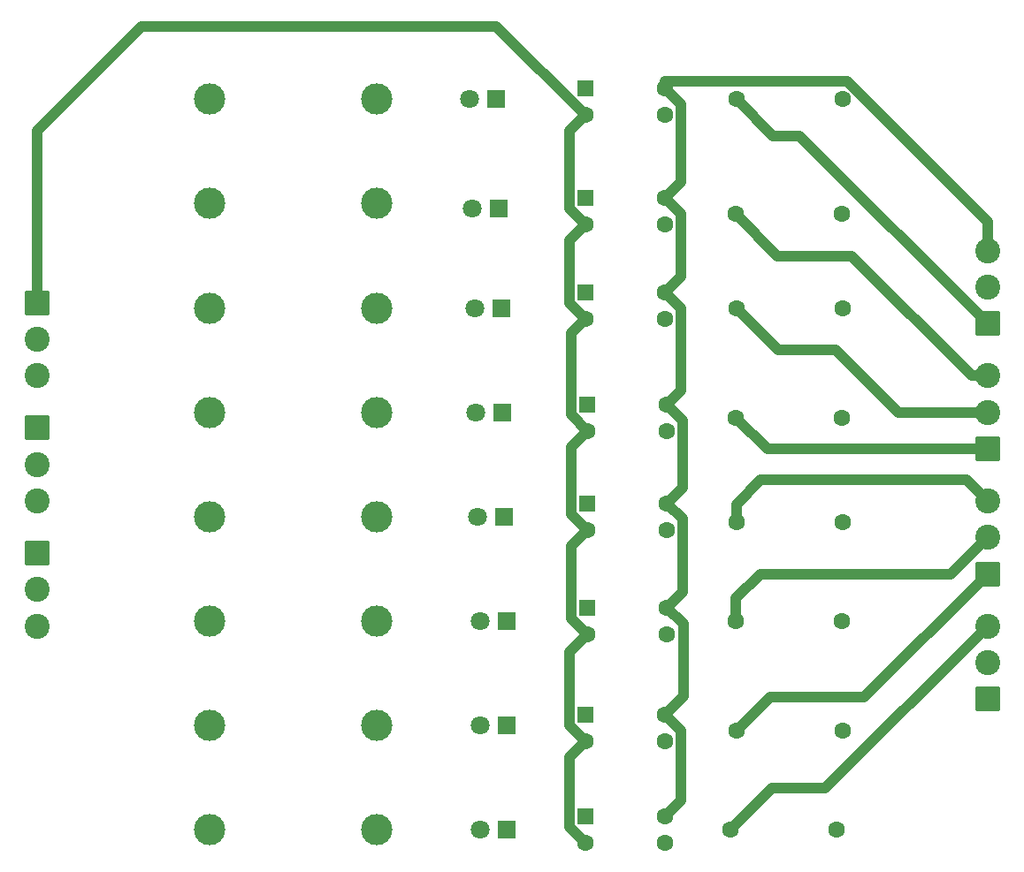
<source format=gbr>
%TF.GenerationSoftware,KiCad,Pcbnew,9.0.4-9.0.4-0~ubuntu24.04.1*%
%TF.CreationDate,2025-09-30T20:45:27-06:00*%
%TF.ProjectId,Interfaz_digital,496e7465-7266-4617-9a5f-646967697461,rev?*%
%TF.SameCoordinates,Original*%
%TF.FileFunction,Copper,L2,Bot*%
%TF.FilePolarity,Positive*%
%FSLAX46Y46*%
G04 Gerber Fmt 4.6, Leading zero omitted, Abs format (unit mm)*
G04 Created by KiCad (PCBNEW 9.0.4-9.0.4-0~ubuntu24.04.1) date 2025-09-30 20:45:27*
%MOMM*%
%LPD*%
G01*
G04 APERTURE LIST*
G04 Aperture macros list*
%AMRoundRect*
0 Rectangle with rounded corners*
0 $1 Rounding radius*
0 $2 $3 $4 $5 $6 $7 $8 $9 X,Y pos of 4 corners*
0 Add a 4 corners polygon primitive as box body*
4,1,4,$2,$3,$4,$5,$6,$7,$8,$9,$2,$3,0*
0 Add four circle primitives for the rounded corners*
1,1,$1+$1,$2,$3*
1,1,$1+$1,$4,$5*
1,1,$1+$1,$6,$7*
1,1,$1+$1,$8,$9*
0 Add four rect primitives between the rounded corners*
20,1,$1+$1,$2,$3,$4,$5,0*
20,1,$1+$1,$4,$5,$6,$7,0*
20,1,$1+$1,$6,$7,$8,$9,0*
20,1,$1+$1,$8,$9,$2,$3,0*%
G04 Aperture macros list end*
%TA.AperFunction,ComponentPad*%
%ADD10R,1.800000X1.800000*%
%TD*%
%TA.AperFunction,ComponentPad*%
%ADD11C,1.800000*%
%TD*%
%TA.AperFunction,ComponentPad*%
%ADD12RoundRect,0.250000X-0.550000X-0.550000X0.550000X-0.550000X0.550000X0.550000X-0.550000X0.550000X0*%
%TD*%
%TA.AperFunction,ComponentPad*%
%ADD13C,1.600000*%
%TD*%
%TA.AperFunction,ComponentPad*%
%ADD14C,3.000000*%
%TD*%
%TA.AperFunction,ComponentPad*%
%ADD15RoundRect,0.250001X0.949999X-0.949999X0.949999X0.949999X-0.949999X0.949999X-0.949999X-0.949999X0*%
%TD*%
%TA.AperFunction,ComponentPad*%
%ADD16C,2.400000*%
%TD*%
%TA.AperFunction,ComponentPad*%
%ADD17RoundRect,0.250001X-0.949999X0.949999X-0.949999X-0.949999X0.949999X-0.949999X0.949999X0.949999X0*%
%TD*%
%TA.AperFunction,Conductor*%
%ADD18C,1.000000*%
%TD*%
%TA.AperFunction,Conductor*%
%ADD19C,0.200000*%
%TD*%
G04 APERTURE END LIST*
D10*
%TO.P,D7,1,K*%
%TO.N,Net-(D7-K)*%
X172500000Y-115000000D03*
D11*
%TO.P,D7,2,A*%
%TO.N,Net-(D7-A)*%
X169960000Y-115000000D03*
%TD*%
D12*
%TO.P,U4,1*%
%TO.N,Net-(D4-K)*%
X180195000Y-84225000D03*
D13*
%TO.P,U4,2*%
%TO.N,Net-(J0_1-Pin_1)*%
X180195000Y-86765000D03*
%TO.P,U4,3*%
%TO.N,Net-(J9_2-Pin_1)*%
X187815000Y-86765000D03*
%TO.P,U4,4*%
%TO.N,Net-(J9_1-Pin_3)*%
X187815000Y-84225000D03*
%TD*%
D12*
%TO.P,U1,1*%
%TO.N,Net-(D1-K)*%
X180000000Y-53960000D03*
D13*
%TO.P,U1,2*%
%TO.N,Net-(J0_1-Pin_1)*%
X180000000Y-56500000D03*
%TO.P,U1,3*%
%TO.N,Net-(J9_1-Pin_1)*%
X187620000Y-56500000D03*
%TO.P,U1,4*%
%TO.N,Net-(J9_1-Pin_3)*%
X187620000Y-53960000D03*
%TD*%
D10*
%TO.P,D2,1,K*%
%TO.N,Net-(D2-K)*%
X171730000Y-65500000D03*
D11*
%TO.P,D2,2,A*%
%TO.N,Net-(D2-A)*%
X169190000Y-65500000D03*
%TD*%
D13*
%TO.P,R6,1*%
%TO.N,Net-(J9_3-Pin_2)*%
X194420000Y-105000000D03*
%TO.P,R6,2*%
%TO.N,Net-(J9_1-Pin_2)*%
X204580000Y-105000000D03*
%TD*%
D14*
%TO.P,J2-1,1,Pin_1*%
%TO.N,Net-(J0_1-Pin_3)*%
X144000000Y-65000000D03*
%TD*%
%TO.P,J6-1,1,Pin_1*%
%TO.N,Net-(J0_3-Pin_1)*%
X144000000Y-105000000D03*
%TD*%
D13*
%TO.P,R1,1*%
%TO.N,Net-(J9_1-Pin_1)*%
X194500000Y-55000000D03*
%TO.P,R1,2*%
%TO.N,Net-(J9_1-Pin_2)*%
X204660000Y-55000000D03*
%TD*%
D15*
%TO.P,J9_2,1,Pin_1*%
%TO.N,Net-(J9_2-Pin_1)*%
X218500000Y-88500000D03*
D16*
%TO.P,J9_2,2,Pin_2*%
%TO.N,Net-(J9_2-Pin_2)*%
X218500000Y-85000000D03*
%TO.P,J9_2,3,Pin_3*%
%TO.N,Net-(J9_2-Pin_3)*%
X218500000Y-81500000D03*
%TD*%
D14*
%TO.P,J7-1,1,Pin_1*%
%TO.N,Net-(J0_3-Pin_2)*%
X144000000Y-115000000D03*
%TD*%
D10*
%TO.P,D5,1,K*%
%TO.N,Net-(D5-K)*%
X172230000Y-95000000D03*
D11*
%TO.P,D5,2,A*%
%TO.N,Net-(D5-A)*%
X169690000Y-95000000D03*
%TD*%
D15*
%TO.P,J9_4,1,Pin_1*%
%TO.N,unconnected-(J9_4-Pin_1-Pad1)*%
X218500000Y-112500000D03*
D16*
%TO.P,J9_4,2,Pin_2*%
%TO.N,unconnected-(J9_4-Pin_2-Pad2)*%
X218500000Y-109000000D03*
%TO.P,J9_4,3,Pin_3*%
%TO.N,Net-(J9_4-Pin_3)*%
X218500000Y-105500000D03*
%TD*%
D14*
%TO.P,J8-1,1,Pin_1*%
%TO.N,Net-(J0_3-Pin_3)*%
X144000000Y-125000000D03*
%TD*%
D13*
%TO.P,R3,1*%
%TO.N,Net-(J9_2-Pin_2)*%
X194500000Y-75000000D03*
%TO.P,R3,2*%
%TO.N,Net-(J9_1-Pin_2)*%
X204660000Y-75000000D03*
%TD*%
%TO.P,R7,1*%
%TO.N,Net-(J9_3-Pin_1)*%
X194500000Y-115500000D03*
%TO.P,R7,2*%
%TO.N,Net-(J9_1-Pin_2)*%
X204660000Y-115500000D03*
%TD*%
%TO.P,R2,1*%
%TO.N,Net-(J9_2-Pin_3)*%
X194420000Y-66000000D03*
%TO.P,R2,2*%
%TO.N,Net-(J9_1-Pin_2)*%
X204580000Y-66000000D03*
%TD*%
D15*
%TO.P,J9_1,1,Pin_1*%
%TO.N,Net-(J9_1-Pin_1)*%
X218500000Y-76500000D03*
D16*
%TO.P,J9_1,2,Pin_2*%
%TO.N,Net-(J9_1-Pin_2)*%
X218500000Y-73000000D03*
%TO.P,J9_1,3,Pin_3*%
%TO.N,Net-(J9_1-Pin_3)*%
X218500000Y-69500000D03*
%TD*%
D17*
%TO.P,J0_3,1,Pin_1*%
%TO.N,Net-(J0_3-Pin_1)*%
X127500000Y-98500000D03*
D16*
%TO.P,J0_3,2,Pin_2*%
%TO.N,Net-(J0_3-Pin_2)*%
X127500000Y-102000000D03*
%TO.P,J0_3,3,Pin_3*%
%TO.N,Net-(J0_3-Pin_3)*%
X127500000Y-105500000D03*
%TD*%
D14*
%TO.P,J4-2,1,Pin_1*%
%TO.N,Net-(D4-A)*%
X160000000Y-85000000D03*
%TD*%
D13*
%TO.P,R5,1*%
%TO.N,Net-(J9_3-Pin_3)*%
X194500000Y-95500000D03*
%TO.P,R5,2*%
%TO.N,Net-(J9_1-Pin_2)*%
X204660000Y-95500000D03*
%TD*%
%TO.P,R4,1*%
%TO.N,Net-(J9_2-Pin_1)*%
X194420000Y-85500000D03*
%TO.P,R4,2*%
%TO.N,Net-(J9_1-Pin_2)*%
X204580000Y-85500000D03*
%TD*%
%TO.P,R8,1*%
%TO.N,Net-(J9_4-Pin_3)*%
X193920000Y-125000000D03*
%TO.P,R8,2*%
%TO.N,Net-(J9_1-Pin_2)*%
X204080000Y-125000000D03*
%TD*%
D17*
%TO.P,J0_1,1,Pin_1*%
%TO.N,Net-(J0_1-Pin_1)*%
X127500000Y-74500000D03*
D16*
%TO.P,J0_1,2,Pin_2*%
%TO.N,Net-(J0_1-Pin_2)*%
X127500000Y-78000000D03*
%TO.P,J0_1,3,Pin_3*%
%TO.N,Net-(J0_1-Pin_3)*%
X127500000Y-81500000D03*
%TD*%
D12*
%TO.P,U2,1*%
%TO.N,Net-(D2-K)*%
X180000000Y-64460000D03*
D13*
%TO.P,U2,2*%
%TO.N,Net-(J0_1-Pin_1)*%
X180000000Y-67000000D03*
%TO.P,U2,3*%
%TO.N,Net-(J9_2-Pin_3)*%
X187620000Y-67000000D03*
%TO.P,U2,4*%
%TO.N,Net-(J9_1-Pin_3)*%
X187620000Y-64460000D03*
%TD*%
D14*
%TO.P,J2-2,1,Pin_1*%
%TO.N,Net-(D2-A)*%
X160000000Y-65000000D03*
%TD*%
D10*
%TO.P,D3,1,K*%
%TO.N,Net-(D3-K)*%
X172000000Y-75000000D03*
D11*
%TO.P,D3,2,A*%
%TO.N,Net-(D3-A)*%
X169460000Y-75000000D03*
%TD*%
D14*
%TO.P,J6-2,1,Pin_1*%
%TO.N,Net-(D6-A)*%
X160000000Y-105000000D03*
%TD*%
D12*
%TO.P,U5,1*%
%TO.N,Net-(D5-K)*%
X180195000Y-93725000D03*
D13*
%TO.P,U5,2*%
%TO.N,Net-(J0_1-Pin_1)*%
X180195000Y-96265000D03*
%TO.P,U5,3*%
%TO.N,Net-(J9_3-Pin_3)*%
X187815000Y-96265000D03*
%TO.P,U5,4*%
%TO.N,Net-(J9_1-Pin_3)*%
X187815000Y-93725000D03*
%TD*%
D12*
%TO.P,U8,1*%
%TO.N,Net-(D8-K)*%
X180000000Y-123725000D03*
D13*
%TO.P,U8,2*%
%TO.N,Net-(J0_1-Pin_1)*%
X180000000Y-126265000D03*
%TO.P,U8,3*%
%TO.N,Net-(J9_4-Pin_3)*%
X187620000Y-126265000D03*
%TO.P,U8,4*%
%TO.N,Net-(J9_1-Pin_3)*%
X187620000Y-123725000D03*
%TD*%
D14*
%TO.P,J8-2,1,Pin_1*%
%TO.N,Net-(D8-A)*%
X160000000Y-125000000D03*
%TD*%
%TO.P,J4-1,1,Pin_1*%
%TO.N,Net-(J0_2-Pin_2)*%
X144000000Y-85000000D03*
%TD*%
%TO.P,J5-2,1,Pin_1*%
%TO.N,Net-(D5-A)*%
X160000000Y-95000000D03*
%TD*%
D12*
%TO.P,U7,1*%
%TO.N,Net-(D7-K)*%
X180000000Y-114000000D03*
D13*
%TO.P,U7,2*%
%TO.N,Net-(J0_1-Pin_1)*%
X180000000Y-116540000D03*
%TO.P,U7,3*%
%TO.N,Net-(J9_3-Pin_1)*%
X187620000Y-116540000D03*
%TO.P,U7,4*%
%TO.N,Net-(J9_1-Pin_3)*%
X187620000Y-114000000D03*
%TD*%
D12*
%TO.P,U3,1*%
%TO.N,Net-(D3-K)*%
X180000000Y-73500000D03*
D13*
%TO.P,U3,2*%
%TO.N,Net-(J0_1-Pin_1)*%
X180000000Y-76040000D03*
%TO.P,U3,3*%
%TO.N,Net-(J9_2-Pin_2)*%
X187620000Y-76040000D03*
%TO.P,U3,4*%
%TO.N,Net-(J9_1-Pin_3)*%
X187620000Y-73500000D03*
%TD*%
D10*
%TO.P,D4,1,K*%
%TO.N,Net-(D4-K)*%
X172040000Y-85000000D03*
D11*
%TO.P,D4,2,A*%
%TO.N,Net-(D4-A)*%
X169500000Y-85000000D03*
%TD*%
D10*
%TO.P,D6,1,K*%
%TO.N,Net-(D6-K)*%
X172500000Y-105000000D03*
D11*
%TO.P,D6,2,A*%
%TO.N,Net-(D6-A)*%
X169960000Y-105000000D03*
%TD*%
D14*
%TO.P,J7-2,1,Pin_1*%
%TO.N,Net-(D7-A)*%
X160000000Y-115000000D03*
%TD*%
D10*
%TO.P,D8,1,K*%
%TO.N,Net-(D8-K)*%
X172500000Y-125000000D03*
D11*
%TO.P,D8,2,A*%
%TO.N,Net-(D8-A)*%
X169960000Y-125000000D03*
%TD*%
D17*
%TO.P,J0_2,1,Pin_1*%
%TO.N,Net-(J0_2-Pin_1)*%
X127500000Y-86500000D03*
D16*
%TO.P,J0_2,2,Pin_2*%
%TO.N,Net-(J0_2-Pin_2)*%
X127500000Y-90000000D03*
%TO.P,J0_2,3,Pin_3*%
%TO.N,Net-(J0_2-Pin_3)*%
X127500000Y-93500000D03*
%TD*%
D15*
%TO.P,J9_3,1,Pin_1*%
%TO.N,Net-(J9_3-Pin_1)*%
X218500000Y-100500000D03*
D16*
%TO.P,J9_3,2,Pin_2*%
%TO.N,Net-(J9_3-Pin_2)*%
X218500000Y-97000000D03*
%TO.P,J9_3,3,Pin_3*%
%TO.N,Net-(J9_3-Pin_3)*%
X218500000Y-93500000D03*
%TD*%
D10*
%TO.P,D1,1,K*%
%TO.N,Net-(D1-K)*%
X171500000Y-55000000D03*
D11*
%TO.P,D1,2,A*%
%TO.N,Net-(D1-A)*%
X168960000Y-55000000D03*
%TD*%
D14*
%TO.P,J5-1,1,Pin_1*%
%TO.N,Net-(J0_2-Pin_3)*%
X144000000Y-95000000D03*
%TD*%
%TO.P,J1-2,1,Pin_1*%
%TO.N,Net-(D1-A)*%
X160000000Y-55000000D03*
%TD*%
%TO.P,J3-1,1,Pin_1*%
%TO.N,Net-(J0_2-Pin_1)*%
X144000000Y-75000000D03*
%TD*%
%TO.P,J1-1,1,Pin_1*%
%TO.N,Net-(J0_1-Pin_2)*%
X144000000Y-55000000D03*
%TD*%
%TO.P,J3-2,1,Pin_1*%
%TO.N,Net-(D3-A)*%
X160000000Y-75000000D03*
%TD*%
D12*
%TO.P,U6,1*%
%TO.N,Net-(D6-K)*%
X180195000Y-103725000D03*
D13*
%TO.P,U6,2*%
%TO.N,Net-(J0_1-Pin_1)*%
X180195000Y-106265000D03*
%TO.P,U6,3*%
%TO.N,Net-(J9_3-Pin_2)*%
X187815000Y-106265000D03*
%TO.P,U6,4*%
%TO.N,Net-(J9_1-Pin_3)*%
X187815000Y-103725000D03*
%TD*%
D18*
%TO.N,Net-(J9_2-Pin_2)*%
X218500000Y-85000000D02*
X209945801Y-85000000D01*
X209945801Y-85000000D02*
X203945801Y-79000000D01*
X198500000Y-79000000D02*
X194500000Y-75000000D01*
X203945801Y-79000000D02*
X198500000Y-79000000D01*
%TO.N,Net-(J9_2-Pin_3)*%
X218500000Y-81500000D02*
X217000000Y-81500000D01*
X217000000Y-81500000D02*
X205500000Y-70000000D01*
X205500000Y-70000000D02*
X198420000Y-70000000D01*
X198420000Y-70000000D02*
X194420000Y-66000000D01*
%TO.N,Net-(J9_1-Pin_1)*%
X218500000Y-76500000D02*
X200500000Y-58500000D01*
X198000000Y-58500000D02*
X194500000Y-55000000D01*
X200500000Y-58500000D02*
X198000000Y-58500000D01*
%TO.N,Net-(J9_3-Pin_3)*%
X218500000Y-93500000D02*
X216500000Y-91500000D01*
X216500000Y-91500000D02*
X196800999Y-91500000D01*
X196800999Y-91500000D02*
X194500000Y-93800999D01*
X194500000Y-93800999D02*
X194500000Y-95500000D01*
%TO.N,Net-(J9_3-Pin_2)*%
X218500000Y-97000000D02*
X215000000Y-100500000D01*
X215000000Y-100500000D02*
X196746799Y-100500000D01*
X196746799Y-100500000D02*
X194420000Y-102826799D01*
X194420000Y-102826799D02*
X194420000Y-105000000D01*
%TO.N,Net-(J9_4-Pin_3)*%
X218500000Y-105500000D02*
X203000000Y-121000000D01*
X203000000Y-121000000D02*
X197920000Y-121000000D01*
X197920000Y-121000000D02*
X193920000Y-125000000D01*
%TO.N,Net-(J0_1-Pin_1)*%
X127500000Y-74500000D02*
X127500000Y-58000000D01*
X127500000Y-58000000D02*
X137500000Y-48000000D01*
X137500000Y-48000000D02*
X171500000Y-48000000D01*
X171500000Y-48000000D02*
X180000000Y-56500000D01*
%TO.N,Net-(J9_3-Pin_1)*%
X197676900Y-112323100D02*
X194500000Y-115500000D01*
X206676900Y-112323100D02*
X197676900Y-112323100D01*
X218500000Y-100500000D02*
X206676900Y-112323100D01*
%TO.N,Net-(J9_2-Pin_1)*%
X197420000Y-88500000D02*
X194420000Y-85500000D01*
X218500000Y-88500000D02*
X197420000Y-88500000D01*
%TO.N,Net-(J9_1-Pin_3)*%
X189144700Y-62935300D02*
X187620000Y-64460000D01*
X189144700Y-55484700D02*
X189144700Y-62935300D01*
X187620000Y-53960000D02*
X189144700Y-55484700D01*
X189138200Y-71981800D02*
X187620000Y-73500000D01*
X189138200Y-65978200D02*
X189138200Y-71981800D01*
X187620000Y-64460000D02*
X189138200Y-65978200D01*
X189164900Y-82875100D02*
X187815000Y-84225000D01*
X189164900Y-75044900D02*
X189164900Y-82875100D01*
X187620000Y-73500000D02*
X189164900Y-75044900D01*
X189354900Y-92185100D02*
X187815000Y-93725000D01*
X189354900Y-85764900D02*
X189354900Y-92185100D01*
X187815000Y-84225000D02*
X189354900Y-85764900D01*
X189316700Y-102223300D02*
X187815000Y-103725000D01*
X189316700Y-95226700D02*
X189316700Y-102223300D01*
X187815000Y-93725000D02*
X189316700Y-95226700D01*
X189390800Y-112229200D02*
X187620000Y-114000000D01*
X189390800Y-105300800D02*
X189390800Y-112229200D01*
X187815000Y-103725000D02*
X189390800Y-105300800D01*
X189151800Y-122193200D02*
X187620000Y-123725000D01*
X189151800Y-115531800D02*
X189151800Y-122193200D01*
X187620000Y-114000000D02*
X189151800Y-115531800D01*
X190368900Y-53246000D02*
X188334000Y-53246000D01*
X205046100Y-53246000D02*
X190368900Y-53246000D01*
X218500000Y-66699900D02*
X205046100Y-53246000D01*
X218500000Y-69500000D02*
X218500000Y-66699900D01*
D19*
X187620000Y-53246000D02*
X187620000Y-53960000D01*
D18*
X188334000Y-53246000D02*
X187620000Y-53246000D01*
%TO.N,Net-(J0_1-Pin_1)*%
X178478800Y-65478800D02*
X180000000Y-67000000D01*
X178478800Y-58021200D02*
X178478800Y-65478800D01*
X180000000Y-56500000D02*
X178478800Y-58021200D01*
X178458500Y-74498500D02*
X180000000Y-76040000D01*
X178458500Y-68541500D02*
X178458500Y-74498500D01*
X180000000Y-67000000D02*
X178458500Y-68541500D01*
X178663500Y-85233500D02*
X180195000Y-86765000D01*
X178663500Y-77376500D02*
X178663500Y-85233500D01*
X180000000Y-76040000D02*
X178663500Y-77376500D01*
X178662300Y-94732300D02*
X180195000Y-96265000D01*
X178662300Y-88297700D02*
X178662300Y-94732300D01*
X180195000Y-86765000D02*
X178662300Y-88297700D01*
X178682600Y-104752600D02*
X180195000Y-106265000D01*
X178682600Y-97777400D02*
X178682600Y-104752600D01*
X180195000Y-96265000D02*
X178682600Y-97777400D01*
X178478900Y-115018900D02*
X180000000Y-116540000D01*
X178478900Y-107981100D02*
X178478900Y-115018900D01*
X180195000Y-106265000D02*
X178478900Y-107981100D01*
X178492900Y-124757900D02*
X180000000Y-126265000D01*
X178492900Y-118047100D02*
X178492900Y-124757900D01*
X180000000Y-116540000D02*
X178492900Y-118047100D01*
%TD*%
M02*

</source>
